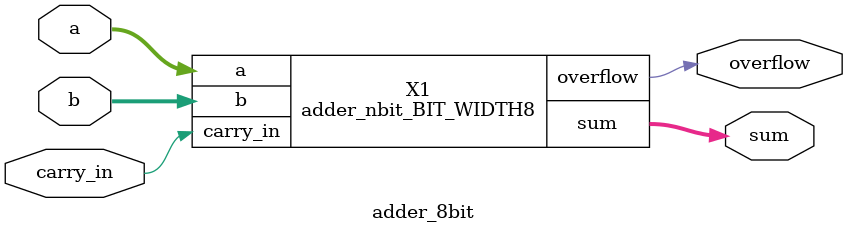
<source format=v>


module adder_1bit_7 ( a, b, carry_in, sum, carry_out );
  input a, b, carry_in;
  output sum, carry_out;
  wire   n1, n2;

  XOR2X1 U1 ( .A(carry_in), .B(n1), .Y(sum) );
  INVX1 U2 ( .A(n2), .Y(carry_out) );
  AOI22X1 U3 ( .A(b), .B(a), .C(n1), .D(carry_in), .Y(n2) );
  XOR2X1 U4 ( .A(a), .B(b), .Y(n1) );
endmodule


module adder_1bit_0 ( a, b, carry_in, sum, carry_out );
  input a, b, carry_in;
  output sum, carry_out;
  wire   n1, n2;

  XOR2X1 U1 ( .A(carry_in), .B(n1), .Y(sum) );
  INVX1 U2 ( .A(n2), .Y(carry_out) );
  AOI22X1 U3 ( .A(b), .B(a), .C(n1), .D(carry_in), .Y(n2) );
  XOR2X1 U4 ( .A(a), .B(b), .Y(n1) );
endmodule


module adder_1bit_1 ( a, b, carry_in, sum, carry_out );
  input a, b, carry_in;
  output sum, carry_out;
  wire   n1, n2;

  XOR2X1 U1 ( .A(carry_in), .B(n1), .Y(sum) );
  INVX1 U2 ( .A(n2), .Y(carry_out) );
  AOI22X1 U3 ( .A(b), .B(a), .C(n1), .D(carry_in), .Y(n2) );
  XOR2X1 U4 ( .A(a), .B(b), .Y(n1) );
endmodule


module adder_1bit_2 ( a, b, carry_in, sum, carry_out );
  input a, b, carry_in;
  output sum, carry_out;
  wire   n1, n2;

  XOR2X1 U1 ( .A(carry_in), .B(n1), .Y(sum) );
  INVX1 U2 ( .A(n2), .Y(carry_out) );
  AOI22X1 U3 ( .A(b), .B(a), .C(n1), .D(carry_in), .Y(n2) );
  XOR2X1 U4 ( .A(a), .B(b), .Y(n1) );
endmodule


module adder_1bit_3 ( a, b, carry_in, sum, carry_out );
  input a, b, carry_in;
  output sum, carry_out;
  wire   n1, n2;

  XOR2X1 U1 ( .A(carry_in), .B(n1), .Y(sum) );
  INVX1 U2 ( .A(n2), .Y(carry_out) );
  AOI22X1 U3 ( .A(b), .B(a), .C(n1), .D(carry_in), .Y(n2) );
  XOR2X1 U4 ( .A(a), .B(b), .Y(n1) );
endmodule


module adder_1bit_4 ( a, b, carry_in, sum, carry_out );
  input a, b, carry_in;
  output sum, carry_out;
  wire   n1, n2;

  XOR2X1 U1 ( .A(carry_in), .B(n1), .Y(sum) );
  INVX1 U2 ( .A(n2), .Y(carry_out) );
  AOI22X1 U3 ( .A(b), .B(a), .C(n1), .D(carry_in), .Y(n2) );
  XOR2X1 U4 ( .A(a), .B(b), .Y(n1) );
endmodule


module adder_1bit_5 ( a, b, carry_in, sum, carry_out );
  input a, b, carry_in;
  output sum, carry_out;
  wire   n1, n2;

  XOR2X1 U1 ( .A(carry_in), .B(n1), .Y(sum) );
  INVX1 U2 ( .A(n2), .Y(carry_out) );
  AOI22X1 U3 ( .A(b), .B(a), .C(n1), .D(carry_in), .Y(n2) );
  XOR2X1 U4 ( .A(a), .B(b), .Y(n1) );
endmodule


module adder_1bit_6 ( a, b, carry_in, sum, carry_out );
  input a, b, carry_in;
  output sum, carry_out;
  wire   n1, n2;

  XOR2X1 U1 ( .A(carry_in), .B(n1), .Y(sum) );
  INVX1 U2 ( .A(n2), .Y(carry_out) );
  AOI22X1 U3 ( .A(b), .B(a), .C(n1), .D(carry_in), .Y(n2) );
  XOR2X1 U4 ( .A(a), .B(b), .Y(n1) );
endmodule


module adder_nbit_BIT_WIDTH8 ( a, b, carry_in, sum, overflow );
  input [7:0] a;
  input [7:0] b;
  output [7:0] sum;
  input carry_in;
  output overflow;

  wire   [7:1] carrys;

  adder_1bit_7 \genblk1[0].X1  ( .a(a[0]), .b(b[0]), .carry_in(carry_in), 
        .sum(sum[0]), .carry_out(carrys[1]) );
  adder_1bit_6 \genblk1[1].X1  ( .a(a[1]), .b(b[1]), .carry_in(carrys[1]), 
        .sum(sum[1]), .carry_out(carrys[2]) );
  adder_1bit_5 \genblk1[2].X1  ( .a(a[2]), .b(b[2]), .carry_in(carrys[2]), 
        .sum(sum[2]), .carry_out(carrys[3]) );
  adder_1bit_4 \genblk1[3].X1  ( .a(a[3]), .b(b[3]), .carry_in(carrys[3]), 
        .sum(sum[3]), .carry_out(carrys[4]) );
  adder_1bit_3 \genblk1[4].X1  ( .a(a[4]), .b(b[4]), .carry_in(carrys[4]), 
        .sum(sum[4]), .carry_out(carrys[5]) );
  adder_1bit_2 \genblk1[5].X1  ( .a(a[5]), .b(b[5]), .carry_in(carrys[5]), 
        .sum(sum[5]), .carry_out(carrys[6]) );
  adder_1bit_1 \genblk1[6].X1  ( .a(a[6]), .b(b[6]), .carry_in(carrys[6]), 
        .sum(sum[6]), .carry_out(carrys[7]) );
  adder_1bit_0 \genblk1[7].X1  ( .a(a[7]), .b(b[7]), .carry_in(carrys[7]), 
        .sum(sum[7]), .carry_out(overflow) );
endmodule


module adder_8bit ( a, b, carry_in, sum, overflow );
  input [7:0] a;
  input [7:0] b;
  output [7:0] sum;
  input carry_in;
  output overflow;


  adder_nbit_BIT_WIDTH8 X1 ( .a(a), .b(b), .carry_in(carry_in), .sum(sum), 
        .overflow(overflow) );
endmodule


</source>
